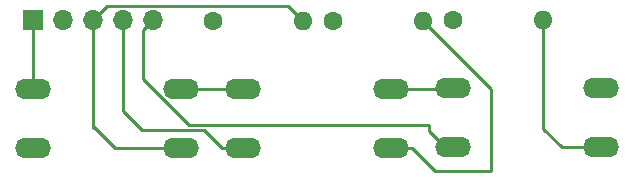
<source format=gbr>
G04 #@! TF.GenerationSoftware,KiCad,Pcbnew,(5.0.1)-4*
G04 #@! TF.CreationDate,2019-01-16T21:10:53-08:00*
G04 #@! TF.ProjectId,SysButtons,537973427574746F6E732E6B69636164,rev?*
G04 #@! TF.SameCoordinates,Original*
G04 #@! TF.FileFunction,Copper,L2,Bot,Signal*
G04 #@! TF.FilePolarity,Positive*
%FSLAX46Y46*%
G04 Gerber Fmt 4.6, Leading zero omitted, Abs format (unit mm)*
G04 Created by KiCad (PCBNEW (5.0.1)-4) date 1/16/2019 9:10:53 PM*
%MOMM*%
%LPD*%
G01*
G04 APERTURE LIST*
G04 #@! TA.AperFunction,ComponentPad*
%ADD10R,1.700000X1.700000*%
G04 #@! TD*
G04 #@! TA.AperFunction,ComponentPad*
%ADD11O,1.700000X1.700000*%
G04 #@! TD*
G04 #@! TA.AperFunction,ComponentPad*
%ADD12C,1.600000*%
G04 #@! TD*
G04 #@! TA.AperFunction,ComponentPad*
%ADD13O,1.600000X1.600000*%
G04 #@! TD*
G04 #@! TA.AperFunction,ComponentPad*
%ADD14O,3.048000X1.727200*%
G04 #@! TD*
G04 #@! TA.AperFunction,Conductor*
%ADD15C,0.250000*%
G04 #@! TD*
G04 APERTURE END LIST*
D10*
G04 #@! TO.P,J1,1*
G04 #@! TO.N,+5V*
X105410000Y-99568000D03*
D11*
G04 #@! TO.P,J1,2*
G04 #@! TO.N,GND*
X107950000Y-99568000D03*
G04 #@! TO.P,J1,3*
G04 #@! TO.N,Net-(J1-Pad3)*
X110490000Y-99568000D03*
G04 #@! TO.P,J1,4*
G04 #@! TO.N,Net-(J1-Pad4)*
X113030000Y-99568000D03*
G04 #@! TO.P,J1,5*
G04 #@! TO.N,Net-(J1-Pad5)*
X115570000Y-99568000D03*
G04 #@! TD*
D12*
G04 #@! TO.P,R1,1*
G04 #@! TO.N,GND*
X120650000Y-99695000D03*
D13*
G04 #@! TO.P,R1,2*
G04 #@! TO.N,Net-(J1-Pad3)*
X128270000Y-99695000D03*
G04 #@! TD*
G04 #@! TO.P,R2,2*
G04 #@! TO.N,Net-(J1-Pad4)*
X138430000Y-99695000D03*
D12*
G04 #@! TO.P,R2,1*
G04 #@! TO.N,GND*
X130810000Y-99695000D03*
G04 #@! TD*
G04 #@! TO.P,R3,1*
G04 #@! TO.N,GND*
X140970000Y-99568000D03*
D13*
G04 #@! TO.P,R3,2*
G04 #@! TO.N,Net-(J1-Pad5)*
X148590000Y-99568000D03*
G04 #@! TD*
D14*
G04 #@! TO.P,SW1,1*
G04 #@! TO.N,+5V*
X117910000Y-105410000D03*
G04 #@! TO.P,SW1,2*
G04 #@! TO.N,Net-(J1-Pad3)*
X117910000Y-110410000D03*
G04 #@! TO.P,SW1,1*
G04 #@! TO.N,+5V*
X105410000Y-105410000D03*
G04 #@! TO.P,SW1,2*
G04 #@! TO.N,Net-(J1-Pad3)*
X105410000Y-110410000D03*
G04 #@! TD*
G04 #@! TO.P,SW2,2*
G04 #@! TO.N,Net-(J1-Pad4)*
X123190000Y-110410000D03*
G04 #@! TO.P,SW2,1*
G04 #@! TO.N,+5V*
X123190000Y-105410000D03*
G04 #@! TO.P,SW2,2*
G04 #@! TO.N,Net-(J1-Pad4)*
X135690000Y-110410000D03*
G04 #@! TO.P,SW2,1*
G04 #@! TO.N,+5V*
X135690000Y-105410000D03*
G04 #@! TD*
G04 #@! TO.P,SW3,1*
G04 #@! TO.N,+5V*
X153470000Y-105375001D03*
G04 #@! TO.P,SW3,2*
G04 #@! TO.N,Net-(J1-Pad5)*
X153470000Y-110375001D03*
G04 #@! TO.P,SW3,1*
G04 #@! TO.N,+5V*
X140970000Y-105375001D03*
G04 #@! TO.P,SW3,2*
G04 #@! TO.N,Net-(J1-Pad5)*
X140970000Y-110375001D03*
G04 #@! TD*
D15*
G04 #@! TO.N,+5V*
X119684000Y-105410000D02*
X122445001Y-105410000D01*
X117910000Y-105410000D02*
X119684000Y-105410000D01*
X139411001Y-105410000D02*
X139446000Y-105375001D01*
X134945001Y-105410000D02*
X139411001Y-105410000D01*
X123190000Y-105410000D02*
X117910000Y-105410000D01*
X105410000Y-105410000D02*
X105410000Y-99568000D01*
X140935001Y-105410000D02*
X140970000Y-105375001D01*
X135690000Y-105410000D02*
X140935001Y-105410000D01*
G04 #@! TO.N,Net-(J1-Pad3)*
X117910000Y-110410000D02*
X112315000Y-110410000D01*
X112315000Y-110410000D02*
X110490000Y-108585000D01*
X110490000Y-108585000D02*
X110490000Y-107950000D01*
X110490000Y-108712000D02*
X110490000Y-107950000D01*
X110490000Y-107950000D02*
X110490000Y-99568000D01*
X111339999Y-98718001D02*
X110490000Y-99568000D01*
X111665001Y-98392999D02*
X111339999Y-98718001D01*
X126967999Y-98392999D02*
X111665001Y-98392999D01*
X128270000Y-99695000D02*
X126967999Y-98392999D01*
G04 #@! TO.N,Net-(J1-Pad4)*
X121416000Y-110410000D02*
X123190000Y-110410000D01*
X119914010Y-108908010D02*
X121416000Y-110410000D01*
X114634010Y-108908010D02*
X119914010Y-108908010D01*
X113030000Y-107304000D02*
X114634010Y-108908010D01*
X113030000Y-99568000D02*
X113030000Y-107304000D01*
X138430000Y-99695000D02*
X144145000Y-105410000D01*
X144145000Y-105410000D02*
X144145000Y-112395000D01*
X137464000Y-110410000D02*
X135690000Y-110410000D01*
X139449000Y-112395000D02*
X137464000Y-110410000D01*
X144145000Y-112395000D02*
X139449000Y-112395000D01*
G04 #@! TO.N,Net-(J1-Pad5)*
X148590000Y-100699370D02*
X148590000Y-99568000D01*
X148590000Y-108793001D02*
X148590000Y-100699370D01*
X150172000Y-110375001D02*
X148590000Y-108793001D01*
X151946000Y-110375001D02*
X150172000Y-110375001D01*
X140309600Y-110375001D02*
X140970000Y-110375001D01*
X115570000Y-99568000D02*
X114720001Y-100417999D01*
X114720001Y-100417999D02*
X114720001Y-104561349D01*
X114720001Y-104561349D02*
X118616652Y-108458000D01*
X118616652Y-108458000D02*
X138938000Y-108458000D01*
X138938000Y-108458000D02*
X138938000Y-109003401D01*
X138938000Y-109003401D02*
X140309600Y-110375001D01*
X148590000Y-99568000D02*
X148590000Y-100965000D01*
G04 #@! TD*
M02*

</source>
